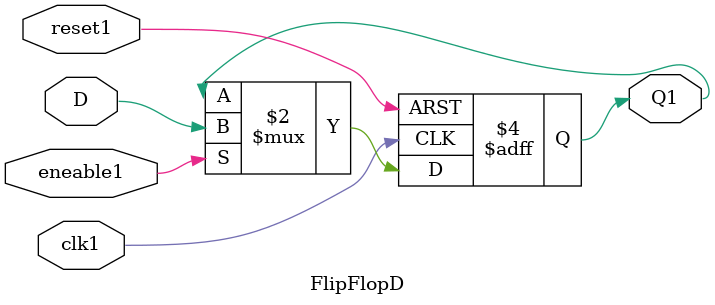
<source format=v>
module FlipFlopT(input eneable, reset, clk, output wire Q);
  FlipFlopD f1(eneable, reset, clk, ~Q, Q);
endmodule //Este modulo describe que durante cada flanco de reloj la entrada "D"
          //del FlipFlop tipo D es el valor inverso de la salida actual "Q".
module FlipFlopD(input eneable1, reset1, clk1, input D, output reg Q1);
  always @ (posedge clk1, posedge reset1)
  begin
    if (reset1) Q1 <= 1'b0;
    else if (eneable1) Q1 <= D;
    end
endmodule //Del ejercicio 1, el funcionamiento se explica en el archivo:
        // "Ejercicio1.v", carpeta Ejercicio 1.

</source>
